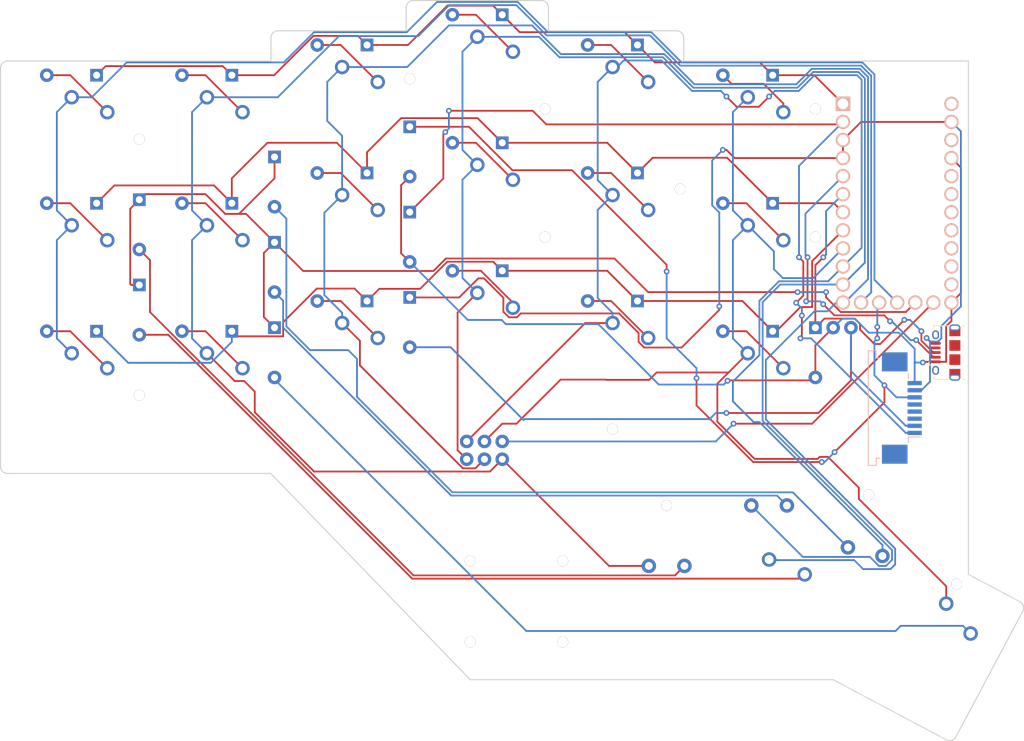
<source format=kicad_pcb>
(kicad_pcb (version 20211014) (generator pcbnew)
  (title_block (title "keyboard") (rev "v1.0.0") (company "Unknown"))
  (layers (0 "F.Cu" signal) (31 "B.Cu" signal) (34 "B.Paste" user) (35 "F.Paste" user) (36 "B.SilkS" user "B.Silkscreen") (37 "F.SilkS" user "F.Silkscreen") (38 "B.Mask" user) (39 "F.Mask" user) (44 "Edge.Cuts" user))
  (net 0 "")
  (net 1 "outer_bottom")
  (net 2 "C7")
  (net 3 "outer_home")
  (net 4 "outer_top")
  (net 5 "pinky_bottom")
  (net 6 "B7")
  (net 7 "pinky_home")
  (net 8 "pinky_top")
  (net 9 "ring_bottom")
  (net 10 "B5")
  (net 11 "ring_home")
  (net 12 "ring_top")
  (net 13 "middle_bottom")
  (net 14 "B4")
  (net 15 "middle_home")
  (net 16 "middle_top")
  (net 17 "index_bottom")
  (net 18 "E6")
  (net 19 "index_home")
  (net 20 "index_top")
  (net 21 "inner_bottom")
  (net 22 "D7")
  (net 23 "inner_home")
  (net 24 "inner_top")
  (net 25 "inner_thumb")
  (net 26 "far_thumb")
  (net 27 "C6")
  (net 28 "D4")
  (net 29 "D3")
  (net 30 "F1")
  (net 31 "GND")
  (net 32 "RST")
  (net 33 "VCC")
  (net 34 "D2")
  (net 35 "D1")
  (net 36 "D0")
  (net 37 "D5")
  (net 38 "F0")
  (net 39 "B2")
  (net 40 "B3")
  (net 41 "B1")
  (net 42 "F7")
  (net 43 "F6")
  (net 44 "F5")
  (net 45 "F4")
  (net 46 "B0")
  (net 47 "ml_diode")
  (net 48 "mr_diode")
  (net 49 "mm_diode")
  (net 50 "trackpoint_reset")
  (footprint "VIA-0.6mm" (layer "F.Cu") (at 254.5 109.75)
    (fp_text reference "")
    (fp_text value "")
  )
  (footprint "PG1350" (layer "F.Cu") (at 188 127.75)
    (fp_text reference "S8" hide)
    (fp_text value "" hide)
  )
  (footprint "ComboDiode" (layer "F.Cu") (at 159.5 126 -90)
    (fp_text reference "D21" hide)
    (fp_text value "" hide)
  )
  (footprint "PG1350" (layer "F.Cu") (at 169 114)
    (fp_text reference "S6" hide)
    (fp_text value "" hide)
  )
  (footprint "PG1350" (layer "F.Cu") (at 226 109.75)
    (fp_text reference "S15" hide)
    (fp_text value "" hide)
  )
  (footprint "ComboDiode" (layer "F.Cu") (at 226 100.75 180)
    (fp_text reference "D15" hide)
    (fp_text value "" hide)
  )
  (footprint "ComboDiode" (layer "F.Cu") (at 188 100.75 180)
    (fp_text reference "D9" hide)
    (fp_text value "" hide)
  )
  (footprint "PG1350" (layer "F.Cu") (at 169 132)
    (fp_text reference "S5" hide)
    (fp_text value "" hide)
  )
  (footprint "PG1350" (layer "F.Cu") (at 226 145.75)
    (fp_text reference "S13" hide)
    (fp_text value "" hide)
  )
  (footprint "ComboDiode" (layer "F.Cu") (at 197.5 139.75 -90)
    (fp_text reference "D26" hide)
    (fp_text value "" hide)
  )
  (footprint "ComboDiode" (layer "F.Cu") (at 245 123 180)
    (fp_text reference "D17" hide)
    (fp_text value "" hide)
  )
  (footprint "PG1350" (layer "F.Cu") (at 248 179)
    (fp_text reference "S19" hide)
    (fp_text value "" hide)
  )
  (footprint "PG1350" (layer "F.Cu") (at 169 150)
    (fp_text reference "S4" hide)
    (fp_text value "" hide)
  )
  (footprint "PG1350" (layer "F.Cu") (at 150 150)
    (fp_text reference "S1" hide)
    (fp_text value "" hide)
  )
  (footprint "PG1350" (layer "F.Cu") (at 226 127.75)
    (fp_text reference "S14" hide)
    (fp_text value "" hide)
  )
  (footprint "ComboDiode" (layer "F.Cu") (at 188 136.75 180)
    (fp_text reference "D7" hide)
    (fp_text value "" hide)
  )
  (footprint "PG1350" (layer "F.Cu") (at 245 114)
    (fp_text reference "S18" hide)
    (fp_text value "" hide)
  )
  (footprint "VIA-0.6mm" (layer "F.Cu") (at 159.5 150)
    (fp_text reference "")
    (fp_text value "")
  )
  (footprint "VIA-0.6mm" (layer "F.Cu") (at 235.5 121)
    (fp_text reference "")
    (fp_text value "")
  )
  (footprint "PG1350" (layer "F.Cu") (at 270.113246 184.513452 -28)
    (fp_text reference "S20" hide)
    (fp_text value "" hide)
  )
  (footprint "ComboDiode" (layer "F.Cu") (at 245 105 180)
    (fp_text reference "D18" hide)
    (fp_text value "" hide)
  )
  (footprint "VIA-0.6mm" (layer "F.Cu") (at 206 184.7)
    (fp_text reference "")
    (fp_text value "")
  )
  (footprint "PG1350" (layer "F.Cu") (at 188 109.75)
    (fp_text reference "S9" hide)
    (fp_text value "" hide)
  )
  (footprint "ComboDiode" (layer "F.Cu") (at 197.5 127.75 -90)
    (fp_text reference "D27" hide)
    (fp_text value "" hide)
  )
  (footprint "ComboDiode" (layer "F.Cu") (at 178.5 144 -90)
    (fp_text reference "D25" hide)
    (fp_text value "" hide)
  )
  (footprint "VIA-0.6mm" (layer "F.Cu") (at 259.5 140.5)
    (fp_text reference "" hide)
    (fp_text value "VIA-0.6mm" hide)
  )
  (footprint "PG1350" (layer "F.Cu") (at 150 132)
    (fp_text reference "S2" hide)
    (fp_text value "" hide)
  )
  (footprint "ComboDiode" (layer "F.Cu") (at 150 105 180)
    (fp_text reference "D3" hide)
    (fp_text value "" hide)
  )
  (footprint "PG1350" (layer "F.Cu") (at 207 141.5)
    (fp_text reference "S10" hide)
    (fp_text value "" hide)
  )
  (footprint "PG1350" (layer "F.Cu") (at 245 150)
    (fp_text reference "S16" hide)
    (fp_text value "" hide)
  )
  (footprint "ComboDiode" (layer "F.Cu") (at 169 105 180)
    (fp_text reference "D6" hide)
    (fp_text value "" hide)
  )
  (footprint "PG1350" (layer "F.Cu") (at 188 145.75)
    (fp_text reference "S7" hide)
    (fp_text value "" hide)
  )
  (footprint "ComboDiode" (layer "F.Cu") (at 207 114.5 180)
    (fp_text reference "D11" hide)
    (fp_text value "" hide)
  )
  (footprint "ComboDiode" (layer "F.Cu") (at 197.5 115.75 -90)
    (fp_text reference "D28" hide)
    (fp_text value "" hide)
  )
  (footprint "VIA-0.6mm" (layer "F.Cu") (at 233.6 165.5)
    (fp_text reference "")
    (fp_text value "")
  )
  (footprint "ComboDiode" (layer "F.Cu") (at 169 141 180)
    (fp_text reference "D4" hide)
    (fp_text value "" hide)
  )
  (footprint "ComboDiode" (layer "F.Cu") (at 245 141 180)
    (fp_text reference "D16" hide)
    (fp_text value "" hide)
  )
  (footprint "ComboDiode" (layer "F.Cu") (at 178.5 132 -90)
    (fp_text reference "D24" hide)
    (fp_text value "" hide)
  )
  (footprint "Connector_USB:USB_Micro-B_Amphenol_10118194_Horizontal" (layer "F.Cu") (at 272.8 144 90)
    (fp_text reference "")
    (fp_text value "USB_Micro-B_Amphenol_10118194_Horizontal")
  )
  (footprint "VIA-0.6mm" (layer "F.Cu") (at 206 173.3)
    (fp_text reference "")
    (fp_text value "")
  )
  (footprint "kailhgm" (layer "F.Cu") (at 261.5 172 -14)
    (fp_text reference "M2" hide)
    (fp_text value "" hide)
  )
  (footprint "ComboDiode" (layer "F.Cu") (at 150 123 180)
    (fp_text reference "D2" hide)
    (fp_text value "" hide)
  )
  (footprint "PG1350" (layer "F.Cu") (at 150 114)
    (fp_text reference "S3" hide)
    (fp_text value "" hide)
  )
  (footprint "VIA-0.6mm" (layer "F.Cu") (at 216.5 127.75)
    (fp_text reference "")
    (fp_text value "")
  )
  (footprint "VIA-0.6mm" (layer "F.Cu") (at 257 140.5)
    (fp_text reference "" hide)
    (fp_text value "VIA-0.6mm" hide)
  )
  (footprint "ComboDiode" (layer "F.Cu") (at 178.5 120 -90)
    (fp_text reference "D23" hide)
    (fp_text value "" hide)
  )
  (footprint "ComboDiode" (layer "F.Cu") (at 254.5 144 -90)
    (fp_text reference "D30" hide)
    (fp_text value "" hide)
  )
  (footprint "VIA-0.6mm" (layer "F.Cu") (at 274.33849 176.566923 -28)
    (fp_text reference "")
    (fp_text value "")
  )
  (footprint "ComboDiode" (layer "F.Cu") (at 169 123 180)
    (fp_text reference "D5" hide)
    (fp_text value "" hide)
  )
  (footprint "VIA-0.6mm" (layer "F.Cu") (at 197.5 105.5)
    (fp_text reference "")
    (fp_text value "")
  )
  (footprint "PG1350" (layer "F.Cu") (at 245 132)
    (fp_text reference "S17" hide)
    (fp_text value "" hide)
  )
  (footprint "ComboDiode" (layer "F.Cu") (at 226 136.75 180)
    (fp_text reference "D13" hide)
    (fp_text value "" hide)
  )
  (footprint "PG1350" (layer "F.Cu") (at 207 123.5)
    (fp_text reference "S11" hide)
    (fp_text value "" hide)
  )
  (footprint "VIA-0.6mm" (layer "F.Cu") (at 226 154.75)
    (fp_text reference "")
    (fp_text value "")
  )
  (footprint "VIA-0.6mm" (layer "F.Cu") (at 159.5 114)
    (fp_text reference "")
    (fp_text value "")
  )
  (footprint "ComboDiode" (layer "F.Cu") (at 159.5 138 -90)
    (fp_text reference "D22" hide)
    (fp_text value "" hide)
  )
  (footprint "VIA-0.6mm" (layer "F.Cu") (at 254.5 127.75)
    (fp_text reference "")
    (fp_text value "")
  )
  (footprint "kailhgm" (layer "F.Cu") (at 248 165.5)
    (fp_text reference "M3" hide)
    (fp_text value "" hide)
  )
  (footprint "VIA-0.6mm" (layer "F.Cu") (at 216.5 109.75)
    (fp_text reference "")
    (fp_text value "")
  )
  (footprint "Elite-C-castellated-29pin-holes" (layer "F.Cu") (at 266 123 -90)
    (fp_text reference "")
    (fp_text value "")
  )
  (footprint "fiveway" (layer "F.Cu") (at 208 159)
    (fp_text reference "D29" hide)
    (fp_text value "" hide)
  )
  (footprint "VIA-0.6mm" (layer "F.Cu") (at 219 173.3)
    (fp_text reference "")
    (fp_text value "")
  )
  (footprint "PG1350" (layer "F.Cu") (at 207 105.5)
    (fp_text reference "S12" hide)
    (fp_text value "" hide)
  )
  (footprint "ComboDiode" (layer "F.Cu") (at 150 141 180)
    (fp_text reference "D1" hide)
    (fp_text value "" hide)
  )
  (footprint "ComboDiode" (layer "F.Cu") (at 226 118.75 180)
    (fp_text reference "D14" hide)
    (fp_text value "" hide)
  )
  (footprint "ComboDiode" (layer "F.Cu") (at 207 132.5 180)
    (fp_text reference "D10" hide)
    (fp_text value "" hide)
  )
  (footprint "ComboDiode" (layer "F.Cu") (at 207 96.5 180)
    (fp_text reference "D12" hide)
    (fp_text value "" hide)
  )
  (footprint "kailhgm" (layer "F.Cu") (at 233.6 174)
    (fp_text reference "M1" hide)
    (fp_text value "" hide)
  )
  (footprint "ComboDiode" (layer "F.Cu") (at 188 118.75 180)
    (fp_text reference "D8" hide)
    (fp_text value "" hide)
  )
  (footprint "VIA-0.6mm" (layer "F.Cu") (at 219 184.7)
    (fp_text reference "")
    (fp_text value "")
  )
  (footprint "VIA-0.6mm" (layer "F.Cu") (at 262 164)
    (fp_text reference "")
    (fp_text value "")
  )
  (footprint "Connector_FFC-FPC:TE_84952-8_1x08-1MP_P1.0mm_Horizontal" (layer "B.Cu") (at 266.65 151.8 90)
    (fp_text reference "")
    (fp_text value "TE_84952-8_1x08-1MP_P1.0mm_Horizontal")
  )
  (gr_line (start 206 190) (end 257 190) (layer "Edge.Cuts") (width 0.15))
  (gr_line (start 216 94.5) (end 198 94.5) (layer "Edge.Cuts") (width 0.15))
  (gr_arc (start 216 94.5) (mid 216.707107 94.792893) (end 217 95.5) (layer "Edge.Cuts") (width 0.15))
  (gr_arc (start 141 161) (mid 140.292893 160.707107) (end 140 160) (layer "Edge.Cuts") (width 0.15))
  (gr_line (start 178 99.75) (end 178 103) (layer "Edge.Cuts") (width 0.15))
  (gr_line (start 140 160) (end 140 104) (layer "Edge.Cuts") (width 0.15))
  (gr_arc (start 257.002531 190.000631) (mid 257.001937 190.000315) (end 257.001344 189.999999) (layer "Edge.Cuts") (width 0.15))
  (gr_arc (start 235 98.75) (mid 235.707107 99.042893) (end 236 99.75) (layer "Edge.Cuts") (width 0.15))
  (gr_line (start 283.223962 179.026272) (end 276 175.185223) (layer "Edge.Cuts") (width 0.15))
  (gr_line (start 177.966667 161) (end 206 190) (layer "Edge.Cuts") (width 0.15))
  (gr_line (start 274.248007 198.037643) (end 283.637438 180.378691) (layer "Edge.Cuts") (width 0.15))
  (gr_line (start 257.002531 190.000631) (end 272.895587 198.451119) (layer "Edge.Cuts") (width 0.15))
  (gr_line (start 141 161) (end 177.966667 161) (layer "Edge.Cuts") (width 0.15))
  (gr_line (start 179 98.75) (end 197 98.75) (layer "Edge.Cuts") (width 0.15))
  (gr_line (start 236 103) (end 236 99.75) (layer "Edge.Cuts") (width 0.15))
  (gr_line (start 236 103) (end 276 103) (layer "Edge.Cuts") (width 0.15))
  (gr_line (start 217 98.75) (end 235 98.75) (layer "Edge.Cuts") (width 0.15))
  (gr_arc (start 140 104) (mid 140.292893 103.292893) (end 141 103) (layer "Edge.Cuts") (width 0.15))
  (gr_arc (start 178 99.75) (mid 178.292893 99.042893) (end 179 98.75) (layer "Edge.Cuts") (width 0.15))
  (gr_line (start 141 103) (end 178 103) (layer "Edge.Cuts") (width 0.15))
  (gr_arc (start 283.223961 179.026272) (mid 283.710795 179.616848) (end 283.637438 180.378691) (layer "Edge.Cuts") (width 0.15))
  (gr_arc (start 274.248006 198.037644) (mid 273.65743 198.524477) (end 272.895587 198.451119) (layer "Edge.Cuts") (width 0.15))
  (gr_arc (start 197 95.5) (mid 197.292893 94.792893) (end 198 94.5) (layer "Edge.Cuts") (width 0.15))
  (gr_line (start 276 175.185223) (end 276 103) (layer "Edge.Cuts") (width 0.15))
  (gr_line (start 197 95.5) (end 197 98.75) (layer "Edge.Cuts") (width 0.15))
  (gr_line (start 217 98.75) (end 217 95.5) (layer "Edge.Cuts") (width 0.15))
  (segment (start 149.8 141) (end 155 146.2) (width 0.25) (layer "F.Cu") (net 1))
  (segment (start 146.5 141) (end 149.8 141) (width 0.25) (layer "F.Cu") (net 1))
  (segment (start 262.79808 133.76808) (end 266 136.97) (width 0.25) (layer "B.Cu") (net 2))
  (segment (start 157.727502 103.19952) (end 179.80048 103.19952) (width 0.25) (layer "B.Cu") (net 2))
  (segment (start 152.827022 108.1) (end 157.727502 103.19952) (width 0.25) (layer "B.Cu") (net 2))
  (segment (start 235.69952 103.19952) (end 261.106674 103.19952) (width 0.25) (layer "B.Cu") (net 2))
  (segment (start 150 144.1) (end 147.910979 142.010979) (width 0.25) (layer "B.Cu") (net 2))
  (segment (start 197.082643 98.94952) (end 201.332643 94.69952) (width 0.25) (layer "B.Cu") (net 2))
  (segment (start 147.910979 128.189021) (end 150 126.1) (width 0.25) (layer "B.Cu") (net 2))
  (segment (start 231.44952 98.94952) (end 235.69952 103.19952) (width 0.25) (layer "B.Cu") (net 2))
  (segment (start 212.667357 94.69952) (end 216.917357 98.94952) (width 0.25) (layer "B.Cu") (net 2))
  (segment (start 150 126.1) (end 147.910979 124.010979) (width 0.25) (layer "B.Cu") (net 2))
  (segment (start 147.910979 142.010979) (end 147.910979 128.189021) (width 0.25) (layer "B.Cu") (net 2))
  (segment (start 184.05048 98.94952) (end 197.082643 98.94952) (width 0.25) (layer "B.Cu") (net 2))
  (segment (start 201.332643 94.69952) (end 212.667357 94.69952) (width 0.25) (layer "B.Cu") (net 2))
  (segment (start 147.910979 124.010979) (end 147.910979 110.189021) (width 0.25) (layer "B.Cu") (net 2))
  (segment (start 179.80048 103.19952) (end 184.05048 98.94952) (width 0.25) (layer "B.Cu") (net 2))
  (segment (start 150 108.1) (end 152.827022 108.1) (width 0.25) (layer "B.Cu") (net 2))
  (segment (start 262.79808 104.890926) (end 262.79808 133.76808) (width 0.25) (layer "B.Cu") (net 2))
  (segment (start 216.917357 98.94952) (end 231.44952 98.94952) (width 0.25) (layer "B.Cu") (net 2))
  (segment (start 261.106674 103.19952) (end 262.79808 104.890926) (width 0.25) (layer "B.Cu") (net 2))
  (segment (start 147.910979 110.189021) (end 150 108.1) (width 0.25) (layer "B.Cu") (net 2))
  (segment (start 149.8 123) (end 155 128.2) (width 0.25) (layer "F.Cu") (net 3))
  (segment (start 146.5 123) (end 149.8 123) (width 0.25) (layer "F.Cu") (net 3))
  (segment (start 149.8 105) (end 155 110.2) (width 0.25) (layer "F.Cu") (net 4))
  (segment (start 146.5 105) (end 149.8 105) (width 0.25) (layer "F.Cu") (net 4))
  (segment (start 165.5 141) (end 168.8 141) (width 0.25) (layer "F.Cu") (net 5))
  (segment (start 168.8 141) (end 174 146.2) (width 0.25) (layer "F.Cu") (net 5))
  (segment (start 175.725421 152.39567) (end 175.725421 149.492413) (width 0.25) (layer "F.Cu") (net 6))
  (segment (start 208.773469 160.726531) (end 184.056282 160.726531) (width 0.25) (layer "F.Cu") (net 6))
  (segment (start 172.9 148) (end 169 144.1) (width 0.25) (layer "F.Cu") (net 6))
  (segment (start 225.5 174) (end 210.5 159) (width 0.25) (layer "F.Cu") (net 6))
  (segment (start 184.056282 160.726531) (end 175.725421 152.39567) (width 0.25) (layer "F.Cu") (net 6))
  (segment (start 210.5 159) (end 208.773469 160.726531) (width 0.25) (layer "F.Cu") (net 6))
  (segment (start 174.233008 148) (end 172.9 148) (width 0.25) (layer "F.Cu") (net 6))
  (segment (start 175.725421 149.492413) (end 174.233008 148) (width 0.25) (layer "F.Cu") (net 6))
  (segment (start 231.1 174) (end 225.5 174) (width 0.25) (layer "F.Cu") (net 6))
  (segment (start 262.34856 105.077124) (end 262.34856 135.54144) (width 0.25) (layer "B.Cu") (net 6))
  (segment (start 203.044993 95.14904) (end 212.481159 95.14904) (width 0.25) (layer "B.Cu") (net 6))
  (segment (start 212.481159 95.14904) (end 216.73116 99.39904) (width 0.25) (layer "B.Cu") (net 6))
  (segment (start 260.920476 103.64904) (end 262.34856 105.077124) (width 0.25) (layer "B.Cu") (net 6))
  (segment (start 166.910979 124.010979) (end 169 126.1) (width 0.25) (layer "B.Cu") (net 6))
  (segment (start 198.694033 99.5) (end 203.044993 95.14904) (width 0.25) (layer "B.Cu") (net 6))
  (segment (start 169 108.1) (end 178.955967 108.1) (width 0.25) (layer "B.Cu") (net 6))
  (segment (start 178.955967 108.1) (end 187.555967 99.5) (width 0.25) (layer "B.Cu") (net 6))
  (segment (start 169 126.1) (end 166.910979 128.189021) (width 0.25) (layer "B.Cu") (net 6))
  (segment (start 187.555967 99.5) (end 198.694033 99.5) (width 0.25) (layer "B.Cu") (net 6))
  (segment (start 231.263322 99.39904) (end 235.513323 103.64904) (width 0.25) (layer "B.Cu") (net 6))
  (segment (start 216.73116 99.39904) (end 231.263322 99.39904) (width 0.25) (layer "B.Cu") (net 6))
  (segment (start 166.910979 110.189021) (end 166.910979 124.010979) (width 0.25) (layer "B.Cu") (net 6))
  (segment (start 166.910979 142.010979) (end 169 144.1) (width 0.25) (layer "B.Cu") (net 6))
  (segment (start 262.34856 135.54144) (end 260.92 136.97) (width 0.25) (layer "B.Cu") (net 6))
  (segment (start 235.513323 103.64904) (end 260.920476 103.64904) (width 0.25) (layer "B.Cu") (net 6))
  (segment (start 169 108.1) (end 166.910979 110.189021) (width 0.25) (layer "B.Cu") (net 6))
  (segment (start 166.910979 128.189021) (end 166.910979 142.010979) (width 0.25) (layer "B.Cu") (net 6))
  (segment (start 165.5 123) (end 168.8 123) (width 0.25) (layer "F.Cu") (net 7))
  (segment (start 168.8 123) (end 174 128.2) (width 0.25) (layer "F.Cu") (net 7))
  (segment (start 168.8 105) (end 174 110.2) (width 0.25) (layer "F.Cu") (net 8))
  (segment (start 165.5 105) (end 168.8 105) (width 0.25) (layer "F.Cu") (net 8))
  (segment (start 184.5 136.75) (end 187.8 136.75) (width 0.25) (layer "F.Cu") (net 9))
  (segment (start 187.8 136.75) (end 193 141.95) (width 0.25) (layer "F.Cu") (net 9))
  (segment (start 190.5 142.35) (end 188 139.85) (width 0.25) (layer "F.Cu") (net 10))
  (segment (start 204.971044 160.277011) (end 190.5 145.805967) (width 0.25) (layer "F.Cu") (net 10))
  (segment (start 206.722989 160.277011) (end 204.971044 160.277011) (width 0.25) (layer "F.Cu") (net 10))
  (segment (start 190.5 145.805967) (end 190.5 142.35) (width 0.25) (layer "F.Cu") (net 10))
  (segment (start 208 159) (end 206.722989 160.277011) (width 0.25) (layer "F.Cu") (net 10))
  (segment (start 257.43 136.97) (end 256.2 138.2) (width 0.25) (layer "B.Cu") (net 10))
  (segment (start 188 113.516992) (end 185.910979 111.427971) (width 0.25) (layer "B.Cu") (net 10))
  (segment (start 260.734278 104.09856) (end 261.89904 105.263322) (width 0.25) (layer "B.Cu") (net 10))
  (segment (start 248.085226 173.185226) (end 248 173.1) (width 0.25) (layer "B.Cu") (net 10))
  (segment (start 254.372978 138.2) (end 247.538541 145.034437) (width 0.25) (layer "B.Cu") (net 10))
  (segment (start 218.723412 102.027011) (end 233.255575 102.027011) (width 0.25) (layer "B.Cu") (net 10))
  (segment (start 261.214785 174.44952) (end 259.950491 173.185226) (width 0.25) (layer "B.Cu") (net 10))
  (segment (start 188 103.85) (end 197.15 103.85) (width 0.25) (layer "B.Cu") (net 10))
  (segment (start 247.538541 153.402823) (end 265.71577 171.580052) (width 0.25) (layer "B.Cu") (net 10))
  (segment (start 188 138.41316) (end 185.5 135.91316) (width 0.25) (layer "B.Cu") (net 10))
  (segment (start 254 104.09856) (end 260.734278 104.09856) (width 0.25) (layer "B.Cu") (net 10))
  (segment (start 258.6086 136.97) (end 257.43 136.97) (width 0.25) (layer "B.Cu") (net 10))
  (segment (start 197.15 103.85) (end 203 98) (width 0.25) (layer "B.Cu") (net 10))
  (segment (start 265.05048 174.44952) (end 261.214785 174.44952) (width 0.25) (layer "B.Cu") (net 10))
  (segment (start 265.71577 173.78423) (end 265.05048 174.44952) (width 0.25) (layer "B.Cu") (net 10))
  (segment (start 185.910979 105.939021) (end 188 103.85) (width 0.25) (layer "B.Cu") (net 10))
  (segment (start 214.696401 98) (end 218.723412 102.027011) (width 0.25) (layer "B.Cu") (net 10))
  (segment (start 203 98) (end 214.696401 98) (width 0.25) (layer "B.Cu") (net 10))
  (segment (start 251.821549 106.277011) (end 254 104.09856) (width 0.25) (layer "B.Cu") (net 10))
  (segment (start 259.950491 173.185226) (end 248.085226 173.185226) (width 0.25) (layer "B.Cu") (net 10))
  (segment (start 188 121.85) (end 188 113.516992) (width 0.25) (layer "B.Cu") (net 10))
  (segment (start 234.614283 103.385718) (end 237.505576 106.277011) (width 0.25) (layer "B.Cu") (net 10))
  (segment (start 237.505576 106.277011) (end 251.821549 106.277011) (width 0.25) (layer "B.Cu") (net 10))
  (segment (start 265.71577 171.580052) (end 265.71577 173.78423) (width 0.25) (layer "B.Cu") (net 10))
  (segment (start 261.89904 105.263322) (end 261.89904 133.67956) (width 0.25) (layer "B.Cu") (net 10))
  (segment (start 185.5 124.35) (end 188 121.85) (width 0.25) (layer "B.Cu") (net 10))
  (segment (start 261.89904 133.67956) (end 258.6086 136.97) (width 0.25) (layer "B.Cu") (net 10))
  (segment (start 233.255575 102.027011) (end 234.614283 103.385718) (width 0.25) (layer "B.Cu") (net 10))
  (segment (start 188 139.85) (end 188 138.41316) (width 0.25) (layer "B.Cu") (net 10))
  (segment (start 185.5 135.91316) (end 185.5 124.35) (width 0.25) (layer "B.Cu") (net 10))
  (segment (start 185.910979 111.427971) (end 185.910979 105.939021) (width 0.25) (layer "B.Cu") (net 10))
  (segment (start 247.538541 145.034437) (end 247.538541 153.402823) (width 0.25) (layer "B.Cu") (net 10))
  (segment (start 256.2 138.2) (end 254.372978 138.2) (width 0.25) (layer "B.Cu") (net 10))
  (segment (start 187.8 118.75) (end 193 123.95) (width 0.25) (layer "F.Cu") (net 11))
  (segment (start 184.5 118.75) (end 187.8 118.75) (width 0.25) (layer "F.Cu") (net 11))
  (segment (start 184.5 100.75) (end 187.8 100.75) (width 0.25) (layer "F.Cu") (net 12))
  (segment (start 187.8 100.75) (end 193 105.95) (width 0.25) (layer "F.Cu") (net 12))
  (segment (start 203.5 132.5) (end 207.5 132.5) (width 0.25) (layer "F.Cu") (net 13))
  (segment (start 212 137) (end 212 137.7) (width 0.25) (layer "F.Cu") (net 13))
  (segment (start 207.5 132.5) (end 212 137) (width 0.25) (layer "F.Cu") (net 13))
  (segment (start 205.5 159) (end 204.222989 157.722989) (width 0.25) (layer "F.Cu") (net 14))
  (segment (start 204.222989 138.377011) (end 207 135.6) (width 0.25) (layer "F.Cu") (net 14))
  (segment (start 204.222989 157.722989) (end 204.222989 138.377011) (width 0.25) (layer "F.Cu") (net 14))
  (segment (start 265.26625 173.160064) (end 265.26625 171.76625) (width 0.25) (layer "B.Cu") (net 14))
  (segment (start 251.974789 106.759489) (end 252.271069 106.463208) (width 0.25) (layer "B.Cu") (net 14))
  (segment (start 252.271069 106.463208) (end 254.186197 104.54808) (width 0.25) (layer "B.Cu") (net 14))
  (segment (start 261.44952 105.44952) (end 261.44952 131.36048) (width 0.25) (layer "B.Cu") (net 14))
  (segment (start 249.57 134.43) (end 258.38 134.43) (width 0.25) (layer "B.Cu") (net 14))
  (segment (start 207 99.6) (end 215.660683 99.6) (width 0.25) (layer "B.Cu") (net 14))
  (segment (start 204.910979 133.510979) (end 207 135.6) (width 0.25) (layer "B.Cu") (net 14))
  (segment (start 207 117.6) (end 204.910979 119.689021) (width 0.25) (layer "B.Cu") (net 14))
  (segment (start 260.54808 104.54808) (end 261.44952 105.44952) (width 0.25) (layer "B.Cu") (net 14))
  (segment (start 215.660683 99.6) (end 218.537215 102.476531) (width 0.25) (layer "B.Cu") (net 14))
  (segment (start 261.44952 131.36048) (end 258.38 134.43) (width 0.25) (layer "B.Cu") (net 14))
  (segment (start 265.26625 171.76625) (end 247.089021 153.589021) (width 0.25) (layer "B.Cu") (net 14))
  (segment (start 262.16087 172.735706) (end 263.425164 174) (width 0.25) (layer "B.Cu") (net 14))
  (segment (start 204.910979 115.510979) (end 207 117.6) (width 0.25) (layer "B.Cu") (net 14))
  (segment (start 218.537215 102.476531) (end 233.069377 102.476531) (width 0.25) (layer "B.Cu") (net 14))
  (segment (start 233.069377 102.476531) (end 237.352336 106.759489) (width 0.25) (layer "B.Cu") (net 14))
  (segment (start 247.089021 136.910979) (end 249.57 134.43) (width 0.25) (layer "B.Cu") (net 14))
  (segment (start 204.910979 119.689021) (end 204.910979 133.510979) (width 0.25) (layer "B.Cu") (net 14))
  (segment (start 254.186197 104.54808) (end 260.54808 104.54808) (width 0.25) (layer "B.Cu") (net 14))
  (segment (start 237.352336 106.759489) (end 251.974789 106.759489) (width 0.25) (layer "B.Cu") (net 14))
  (segment (start 252.735706 172.735706) (end 262.16087 172.735706) (width 0.25) (layer "B.Cu") (net 14))
  (segment (start 204.910979 101.689021) (end 204.910979 115.510979) (width 0.25) (layer "B.Cu") (net 14))
  (segment (start 264.426314 174) (end 265.26625 173.160064) (width 0.25) (layer "B.Cu") (net 14))
  (segment (start 245.5 165.5) (end 252.735706 172.735706) (width 0.25) (layer "B.Cu") (net 14))
  (segment (start 207 99.6) (end 204.910979 101.689021) (width 0.25) (layer "B.Cu") (net 14))
  (segment (start 247.089021 153.589021) (end 247.089021 136.910979) (width 0.25) (layer "B.Cu") (net 14))
  (segment (start 263.425164 174) (end 264.426314 174) (width 0.25) (layer "B.Cu") (net 14))
  (segment (start 206.8 114.5) (end 212 119.7) (width 0.25) (layer "F.Cu") (net 15))
  (segment (start 203.5 114.5) (end 206.8 114.5) (width 0.25) (layer "F.Cu") (net 15))
  (segment (start 203.5 96.5) (end 206.8 96.5) (width 0.25) (layer "F.Cu") (net 16))
  (segment (start 206.8 96.5) (end 212 101.7) (width 0.25) (layer "F.Cu") (net 16))
  (segment (start 225.8 136.75) (end 231 141.95) (width 0.25) (layer "F.Cu") (net 17))
  (segment (start 222.5 136.75) (end 225.8 136.75) (width 0.25) (layer "F.Cu") (net 17))
  (segment (start 246.559489 109.440511) (end 248 108) (width 0.25) (layer "F.Cu") (net 18))
  (segment (start 242 108) (end 243.440511 109.440511) (width 0.25) (layer "F.Cu") (net 18))
  (segment (start 222.15 139.85) (end 226 139.85) (width 0.25) (layer "F.Cu") (net 18))
  (segment (start 205.5 156.5) (end 222.15 139.85) (width 0.25) (layer "F.Cu") (net 18))
  (segment (start 243.440511 109.440511) (end 246.559489 109.440511) (width 0.25) (layer "F.Cu") (net 18))
  (segment (start 225.85 140) (end 226 139.85) (width 0.25) (layer "F.Cu") (net 18))
  (via (at 242 108) (size 0.8) (drill 0.4) (layers "F.Cu" "B.Cu") (net 18))
  (via (at 248 108) (size 0.8) (drill 0.4) (layers "F.Cu" "B.Cu") (net 18))
  (segment (start 256.28952 133.98048) (end 249.383802 133.98048) (width 0.25) (layer "B.Cu") (net 18))
  (segment (start 249.383802 133.98048) (end 246.639501 136.724781) (width 0.25) (layer "B.Cu") (net 18))
  (segment (start 232.883181 102.926051) (end 237.166139 107.209009) (width 0.25) (layer "B.Cu") (net 18))
  (segment (start 248 108) (end 248.790991 107.209009) (width 0.25) (layer "B.Cu") (net 18))
  (segment (start 260.364282 105) (end 261 105.635718) (width 0.25) (layer "B.Cu") (net 18))
  (segment (start 242.910979 148.089021) (end 242.910979 150.865302) (width 0.25) (layer "B.Cu") (net 18))
  (segment (start 226 103.85) (end 226.65 103.85) (width 0.25) (layer "B.Cu") (net 18))
  (segment (start 246.639501 153.775219) (end 263.925739 171.061457) (width 0.25) (layer "B.Cu") (net 18))
  (segment (start 241.209009 107.209009) (end 242 108) (width 0.25) (layer "B.Cu") (net 18))
  (segment (start 237.166139 107.209009) (end 241.209009 107.209009) (width 0.25) (layer "B.Cu") (net 18))
  (segment (start 261 105.635718) (end 261 129.27) (width 0.25) (layer "B.Cu") (net 18))
  (segment (start 263.925739 171.061457) (end 263.925739 172.604805) (width 0.25) (layer "B.Cu") (net 18))
  (segment (start 261 129.27) (end 258.38 131.89) (width 0.25) (layer "B.Cu") (net 18))
  (segment (start 248.790991 107.209009) (end 252.160987 107.209008) (width 0.25) (layer "B.Cu") (net 18))
  (segment (start 227.573949 102.926051) (end 232.883181 102.926051) (width 0.25) (layer "B.Cu") (net 18))
  (segment (start 258.38 131.89) (end 256.28952 133.98048) (width 0.25) (layer "B.Cu") (net 18))
  (segment (start 226 121.85) (end 223.910979 119.760979) (width 0.25) (layer "B.Cu") (net 18))
  (segment (start 223.910979 105.939021) (end 226 103.85) (width 0.25) (layer "B.Cu") (net 18))
  (segment (start 223.910979 136.324139) (end 223.910979 123.939021) (width 0.25) (layer "B.Cu") (net 18))
  (segment (start 242.910979 150.865302) (end 245.820896 153.775219) (width 0.25) (layer "B.Cu") (net 18))
  (segment (start 254.369995 105) (end 260.364282 105) (width 0.25) (layer "B.Cu") (net 18))
  (segment (start 246.639501 136.724781) (end 246.639501 144.360499) (width 0.25) (layer "B.Cu") (net 18))
  (segment (start 226 138.41316) (end 223.910979 136.324139) (width 0.25) (layer "B.Cu") (net 18))
  (segment (start 245.820896 153.775219) (end 246.639501 153.775219) (width 0.25) (layer "B.Cu") (net 18))
  (segment (start 223.910979 123.939021) (end 226 121.85) (width 0.25) (layer "B.Cu") (net 18))
  (segment (start 252.160987 107.209008) (end 254.369995 105) (width 0.25) (layer "B.Cu") (net 18))
  (segment (start 226.65 103.85) (end 227.573949 102.926051) (width 0.25) (layer "B.Cu") (net 18))
  (segment (start 226 139.85) (end 226 138.41316) (width 0.25) (layer "B.Cu") (net 18))
  (segment (start 246.639501 144.360499) (end 242.910979 148.089021) (width 0.25) (layer "B.Cu") (net 18))
  (segment (start 223.910979 119.760979) (end 223.910979 105.939021) (width 0.25) (layer "B.Cu") (net 18))
  (segment (start 222.5 118.75) (end 225.8 118.75) (width 0.25) (layer "F.Cu") (net 19))
  (segment (start 225.8 118.75) (end 231 123.95) (width 0.25) (layer "F.Cu") (net 19))
  (segment (start 222.5 100.75) (end 225.8 100.75) (width 0.25) (layer "F.Cu") (net 20))
  (segment (start 225.8 100.75) (end 231 105.95) (width 0.25) (layer "F.Cu") (net 20))
  (segment (start 241.5 141) (end 244.8 141) (width 0.25) (layer "F.Cu") (net 21))
  (segment (start 244.8 141) (end 250 146.2) (width 0.25) (layer "F.Cu") (net 21))
  (segment (start 210.5 154) (end 212.5 154) (width 0.25) (layer "F.Cu") (net 22))
  (segment (start 225.134698 147.839021) (end 231.143987 147.839021) (width 0.25) (layer "F.Cu") (net 22))
  (segment (start 260.605479 164.577631) (end 260.605479 163.005479) (width 0.25) (layer "F.Cu") (net 22))
  (segment (start 245.95048 158.95048) (end 240.725421 153.725421) (width 0.25) (layer "F.Cu") (net 22))
  (segment (start 272.883128 179.304061) (end 272.883128 176.85528) (width 0.25) (layer "F.Cu") (net 22))
  (segment (start 255.099897 158.675489) (end 254.824906 158.95048) (width 0.25) (layer "F.Cu") (net 22))
  (segment (start 242.3 146.8) (end 242.35 146.75) (width 0.25) (layer "F.Cu") (net 22))
  (segment (start 260.605479 163.005479) (end 256.275489 158.675489) (width 0.25) (layer "F.Cu") (net 22))
  (segment (start 212.5 154) (end 218.7 147.8) (width 0.25) (layer "F.Cu") (net 22))
  (segment (start 240.725421 148.374579) (end 242.35 146.75) (width 0.25) (layer "F.Cu") (net 22))
  (segment (start 208 156.5) (end 210.5 154) (width 0.25) (layer "F.Cu") (net 22))
  (segment (start 242.35 146.75) (end 245 144.1) (width 0.25) (layer "F.Cu") (net 22))
  (segment (start 256.275489 158.675489) (end 255.099897 158.675489) (width 0.25) (layer "F.Cu") (net 22))
  (segment (start 240.725421 153.725421) (end 240.725421 148.374579) (width 0.25) (layer "F.Cu") (net 22))
  (segment (start 218.7 147.8) (end 225.095677 147.8) (width 0.25) (layer "F.Cu") (net 22))
  (segment (start 231.143987 147.839021) (end 232.183008 146.8) (width 0.25) (layer "F.Cu") (net 22))
  (segment (start 254.824906 158.95048) (end 245.95048 158.95048) (width 0.25) (layer "F.Cu") (net 22))
  (segment (start 225.095677 147.8) (end 225.134698 147.839021) (width 0.25) (layer "F.Cu") (net 22))
  (segment (start 272.883128 176.85528) (end 260.605479 164.577631) (width 0.25) (layer "F.Cu") (net 22))
  (segment (start 232.183008 146.8) (end 242.3 146.8) (width 0.25) (layer "F.Cu") (net 22))
  (segment (start 248.675489 132.275489) (end 249.93096 133.53096) (width 0.25) (layer "B.Cu") (net 22))
  (segment (start 245 126.1) (end 242.910979 128.189021) (width 0.25) (layer "B.Cu") (net 22))
  (segment (start 245 126.1) (end 248.675489 129.775489) (width 0.25) (layer "B.Cu") (net 22))
  (segment (start 245 108.1) (end 242.910979 110.189021) (width 0.25) (layer "B.Cu") (net 22))
  (segment (start 248.675489 129.775489) (end 248.675489 132.275489) (width 0.25) (layer "B.Cu") (net 22))
  (segment (start 242.910979 124.010979) (end 245 126.1) (width 0.25) (layer "B.Cu") (net 22))
  (segment (start 242.910979 110.189021) (end 242.910979 124.010979) (width 0.25) (layer "B.Cu") (net 22))
  (segment (start 249.93096 133.53096) (end 254.19904 133.53096) (width 0.25) (layer "B.Cu") (net 22))
  (segment (start 242.910979 142.010979) (end 245 144.1) (width 0.25) (layer "B.Cu") (net 22))
  (segment (start 254.19904 133.53096) (end 258.38 129.35) (width 0.25) (layer "B.Cu") (net 22))
  (segment (start 242.910979 128.189021) (end 242.910979 142.010979) (width 0.25) (layer "B.Cu") (net 22))
  (segment (start 241.5 123) (end 244.8 123) (width 0.25) (layer "F.Cu") (net 23))
  (segment (start 244.8 123) (end 250 128.2) (width 0.25) (layer "F.Cu") (net 23))
  (segment (start 241.5 105) (end 242.713511 106.213511) (width 0.25) (layer "F.Cu") (net 24))
  (segment (start 242.713511 106.213511) (end 247.238125 106.213511) (width 0.25) (layer "F.Cu") (net 24))
  (segment (start 247.238125 106.213511) (end 250 108.975386) (width 0.25) (layer "F.Cu") (net 24))
  (segment (start 250 108.975386) (end 250 110.2) (width 0.25) (layer "F.Cu") (net 24))
  (segment (start 197.848346 175.790031) (end 252.409969 175.790031) (width 0.25) (layer "F.Cu") (net 25))
  (segment (start 252.409969 175.790031) (end 253 175.2) (width 0.25) (layer "F.Cu") (net 25))
  (segment (start 159.5 141.5) (end 163.558315 141.5) (width 0.25) (layer "F.Cu") (net 25))
  (segment (start 163.558315 141.5) (end 197.848346 175.790031) (width 0.25) (layer "F.Cu") (net 25))
  (segment (start 275.230798 182.424431) (end 266.496969 182.424431) (width 0.25) (layer "B.Cu") (net 26))
  (segment (start 213.884627 183.156779) (end 178.5 147.772152) (width 0.25) (layer "B.Cu") (net 26))
  (segment (start 276.311976 183.505609) (end 275.230798 182.424431) (width 0.25) (layer "B.Cu") (net 26))
  (segment (start 178.5 147.772152) (end 178.5 147.5) (width 0.25) (layer "B.Cu") (net 26))
  (segment (start 266.496969 182.424431) (end 265.764621 183.156779) (width 0.25) (layer "B.Cu") (net 26))
  (segment (start 265.764621 183.156779) (end 213.884627 183.156779) (width 0.25) (layer "B.Cu") (net 26))
  (segment (start 249 141) (end 252.4 137.6) (width 0.25) (layer "F.Cu") (net 27))
  (segment (start 189.75 135) (end 191.5 136.75) (width 0.25) (layer "F.Cu") (net 27))
  (segment (start 179.713511 139.730522) (end 184.444033 135) (width 0.25) (layer "F.Cu") (net 27))
  (segment (start 191.5 136.75) (end 193.213511 135.036489) (width 0.25) (layer "F.Cu") (net 27))
  (segment (start 229.5 136.75) (end 244.25 136.75) (width 0.25) (layer "F.Cu") (net 27))
  (segment (start 254.05048 131.13952) (end 258.38 126.81) (width 0.25) (layer "F.Cu") (net 27))
  (segment (start 173.213511 141.713511) (end 179.713511 141.713511) (width 0.25) (layer "F.Cu") (net 27))
  (segment (start 202.777011 131.222989) (end 209.222989 131.222989) (width 0.25) (layer "F.Cu") (net 27))
  (segment (start 179.713511 141.713511) (end 179.713511 139.730522) (width 0.25) (layer "F.Cu") (net 27))
  (segment (start 184.444033 135) (end 189.75 135) (width 0.25) (layer "F.Cu") (net 27))
  (segment (start 209.222989 131.222989) (end 210.5 132.5) (width 0.25) (layer "F.Cu") (net 27))
  (segment (start 172.5 141) (end 173.213511 141.713511) (width 0.25) (layer "F.Cu") (net 27))
  (segment (start 198.963511 135.036489) (end 202.777011 131.222989) (width 0.25) (layer "F.Cu") (net 27))
  (segment (start 252.4 137.6) (end 254.05048 137.6) (width 0.25) (layer "F.Cu") (net 27))
  (segment (start 254.05048 137.6) (end 254.05048 131.13952) (width 0.25) (layer "F.Cu") (net 27))
  (segment (start 193.213511 135.036489) (end 198.963511 135.036489) (width 0.25) (layer "F.Cu") (net 27))
  (segment (start 225.25 132.5) (end 229.5 136.75) (width 0.25) (layer "F.Cu") (net 27))
  (segment (start 244.25 136.75) (end 248.5 141) (width 0.25) (layer "F.Cu") (net 27))
  (segment (start 248.5 141) (end 249 141) (width 0.25) (layer "F.Cu") (net 27))
  (segment (start 210.5 132.5) (end 225.25 132.5) (width 0.25) (layer "F.Cu") (net 27))
  (segment (start 153.5 141) (end 157.940511 145.440511) (width 0.25) (layer "B.Cu") (net 27))
  (segment (start 157.940511 145.440511) (end 169.559489 145.440511) (width 0.25) (layer "B.Cu") (net 27))
  (segment (start 172.5 142.5) (end 172.5 141) (width 0.25) (layer "B.Cu") (net 27))
  (segment (start 169.559489 145.440511) (end 172.5 142.5) (width 0.25) (layer "B.Cu") (net 27))
  (segment (start 172.5 119.5) (end 177.5 114.5) (width 0.25) (layer "F.Cu") (net 28))
  (segment (start 242.105479 116.605479) (end 248.5 123) (width 0.25) (layer "F.Cu") (net 28))
  (segment (start 229.5 118.75) (end 231.644521 116.605479) (width 0.25) (layer "F.Cu") (net 28))
  (segment (start 257.11 123) (end 258.38 124.27) (width 0.25) (layer "F.Cu") (net 28))
  (segment (start 170 120.5) (end 172.5 123) (width 0.25) (layer "F.Cu") (net 28))
  (segment (start 177.5 114.5) (end 187.25 114.5) (width 0.25) (layer "F.Cu") (net 28))
  (segment (start 172.5 123) (end 172.5 119.5) (width 0.25) (layer "F.Cu") (net 28))
  (segment (start 210.5 114.5) (end 225.25 114.5) (width 0.25) (layer "F.Cu") (net 28))
  (segment (start 191.5 115.822978) (end 196.286489 111.036489) (width 0.25) (layer "F.Cu") (net 28))
  (segment (start 225.25 114.5) (end 229.5 118.75) (width 0.25) (layer "F.Cu") (net 28))
  (segment (start 207.036489 111.036489) (end 210.5 114.5) (width 0.25) (layer "F.Cu") (net 28))
  (segment (start 191.5 118.75) (end 191.5 115.822978) (width 0.25) (layer "F.Cu") (net 28))
  (segment (start 156 120.5) (end 170 120.5) (width 0.25) (layer "F.Cu") (net 28))
  (segment (start 187.25 114.5) (end 191.5 118.75) (width 0.25) (layer "F.Cu") (net 28))
  (segment (start 153.5 123) (end 156 120.5) (width 0.25) (layer "F.Cu") (net 28))
  (segment (start 248.5 123) (end 257.11 123) (width 0.25) (layer "F.Cu") (net 28))
  (segment (start 231.644521 116.605479) (end 242.105479 116.605479) (width 0.25) (layer "F.Cu") (net 28))
  (segment (start 196.286489 111.036489) (end 207.036489 111.036489) (width 0.25) (layer "F.Cu") (net 28))
  (segment (start 210.5 96.5) (end 212.94952 98.94952) (width 0.25) (layer "F.Cu") (net 29))
  (segment (start 246.69952 103.19952) (end 248.5 105) (width 0.25) (layer "F.Cu") (net 29))
  (segment (start 197.25 100.75) (end 202.777011 95.222989) (width 0.25) (layer "F.Cu") (net 29))
  (segment (start 212.94952 98.94952) (end 227.69952 98.94952) (width 0.25) (layer "F.Cu") (net 29))
  (segment (start 154.777011 103.722989) (end 171.222989 103.722989) (width 0.25) (layer "F.Cu") (net 29))
  (segment (start 229.5 100.75) (end 231.94952 103.19952) (width 0.25) (layer "F.Cu") (net 29))
  (segment (start 227.69952 98.94952) (end 229.5 100.75) (width 0.25) (layer "F.Cu") (net 29))
  (segment (start 171.222989 103.722989) (end 172.5 105) (width 0.25) (layer "F.Cu") (net 29))
  (segment (start 248.5 105) (end 254.35 105) (width 0.25) (layer "F.Cu") (net 29))
  (segment (start 254.35 105) (end 258.38 109.03) (width 0.25) (layer "F.Cu") (net 29))
  (segment (start 209.222989 95.222989) (end 210.5 96.5) (width 0.25) (layer "F.Cu") (net 29))
  (segment (start 172.5 105) (end 178.444033 105) (width 0.25) (layer "F.Cu") (net 29))
  (segment (start 153.5 105) (end 154.777011 103.722989) (width 0.25) (layer "F.Cu") (net 29))
  (segment (start 178.444033 105) (end 183.971044 99.472989) (width 0.25) (layer "F.Cu") (net 29))
  (segment (start 202.777011 95.222989) (end 209.222989 95.222989) (width 0.25) (layer "F.Cu") (net 29))
  (segment (start 231.94952 103.19952) (end 246.69952 103.19952) (width 0.25) (layer "F.Cu") (net 29))
  (segment (start 190.222989 99.472989) (end 191.5 100.75) (width 0.25) (layer "F.Cu") (net 29))
  (segment (start 191.5 100.75) (end 197.25 100.75) (width 0.25) (layer "F.Cu") (net 29))
  (segment (start 183.971044 99.472989) (end 190.222989 99.472989) (width 0.25) (layer "F.Cu") (net 29))
  (segment (start 173.5 124.5) (end 178.5 119.5) (width 0.25) (layer "F.Cu") (net 30))
  (segment (start 226.273469 130.773469) (end 231 135.5) (width 0.25) (layer "F.Cu") (net 30))
  (segment (start 200.837271 132.527011) (end 202.590814 130.773469) (width 0.25) (layer "F.Cu") (net 30))
  (segment (start 159.5 134.5) (end 158.361 134.5) (width 0.25) (layer "F.Cu") (net 30))
  (segment (start 178.5 128.5) (end 182.527011 132.527011) (width 0.25) (layer "F.Cu") (net 30))
  (segment (start 256 135.5) (end 256 136.234543) (width 0.25) (layer "F.Cu") (net 30))
  (segment (start 182.527011 132.527011) (end 200.837271 132.527011) (width 0.25) (layer "F.Cu") (net 30))
  (segment (start 231 135.5) (end 252 135.5) (width 0.25) (layer "F.Cu") (net 30))
  (segment (start 158.222989 123.777011) (end 159.5 122.5) (width 0.25) (layer "F.Cu") (net 30))
  (segment (start 178.5 128.5) (end 174.5 124.5) (width 0.25) (layer "F.Cu") (net 30))
  (segment (start 158.361 134.5) (end 158.222989 134.361989) (width 0.25) (layer "F.Cu") (net 30))
  (segment (start 178.5 140.5) (end 177 139) (width 0.25) (layer "F.Cu") (net 30))
  (segment (start 267.215489 138.294511) (end 268.54 136.97) (width 0.25) (layer "F.Cu") (net 30))
  (segment (start 158.222989 134.361989) (end 158.222989 123.777011) (width 0.25) (layer "F.Cu") (net 30))
  (segment (start 159.5 122.5) (end 160.277011 121.722989) (width 0.25) (layer "F.Cu") (net 30))
  (segment (start 178.5 119.5) (end 178.5 116.5) (width 0.25) (layer "F.Cu") (net 30))
  (segment (start 256 136.234543) (end 258.059968 138.294511) (width 0.25) (layer "F.Cu") (net 30))
  (segment (start 258.059968 138.294511) (end 267.215489 138.294511) (width 0.25) (layer "F.Cu") (net 30))
  (segment (start 174.5 124.5) (end 173.5 124.5) (width 0.25) (layer "F.Cu") (net 30))
  (segment (start 168.795967 121.722989) (end 171.572978 124.5) (width 0.25) (layer "F.Cu") (net 30))
  (segment (start 171.572978 124.5) (end 173.5 124.5) (width 0.25) (layer "F.Cu") (net 30))
  (segment (start 160.277011 121.722989) (end 168.795967 121.722989) (width 0.25) (layer "F.Cu") (net 30))
  (segment (start 202.590814 130.773469) (end 226.273469 130.773469) (width 0.25) (layer "F.Cu") (net 30))
  (segment (start 177 139) (end 177 130) (width 0.25) (layer "F.Cu") (net 30))
  (segment (start 177 130) (end 178.5 128.5) (width 0.25) (layer "F.Cu") (net 30))
  (via (at 256 135.5) (size 0.8) (drill 0.4) (layers "F.Cu" "B.Cu") (net 30))
  (via (at 252 135.5) (size 0.8) (drill 0.4) (layers "F.Cu" "B.Cu") (net 30))
  (segment (start 252 135.5) (end 256 135.5) (width 0.25) (layer "B.Cu") (net 30))
  (segment (start 229.659489 142.505259) (end 230.444741 143.290511) (width 0.25) (layer "F.Cu") (net 31))
  (segment (start 207.136371 133.567859) (end 207.932141 133.567859) (width 0.25) (layer "F.Cu") (net 31))
  (segment (start 229.659489 141.245207) (end 229.659489 142.505259) (width 0.25) (layer "F.Cu") (net 31))
  (segment (start 230.444741 143.290511) (end 235.709489 143.290511) (width 0.25) (layer "F.Cu") (net 31))
  (segment (start 258.38 114.11) (end 258.38 116.65) (width 0.25) (layer "F.Cu") (net 31))
  (segment (start 211.444741 139.040511) (end 212.555259 139.040511) (width 0.25) (layer "F.Cu") (net 31))
  (segment (start 243.15 116.65) (end 242 115.5) (width 0.25) (layer "F.Cu") (net 31))
  (segment (start 210.659489 136.295207) (end 210.659489 138.255259) (width 0.25) (layer "F.Cu") (net 31))
  (segment (start 260.92 111.57) (end 258.38 114.11) (width 0.25) (layer "F.Cu") (net 31))
  (segment (start 270.874299 142.7) (end 272 142.7) (width 0.25) (layer "F.Cu") (net 31))
  (segment (start 204.45423 136.25) (end 207.136371 133.567859) (width 0.25) (layer "F.Cu") (net 31))
  (segment (start 226.914282 138.5) (end 229.659489 141.245207) (width 0.25) (layer "F.Cu") (net 31))
  (segment (start 207.932141 133.567859) (end 210.659489 136.295207) (width 0.25) (layer "F.Cu") (net 31))
  (segment (start 270.1245 141.950201) (end 270.874299 142.7) (width 0.25) (layer "F.Cu") (net 31))
  (segment (start 197.5 136.25) (end 204.45423 136.25) (width 0.25) (layer "F.Cu") (net 31))
  (segment (start 235.709489 143.290511) (end 241 138) (width 0.25) (layer "F.Cu") (net 31))
  (segment (start 213.09577 138.5) (end 226.914282 138.5) (width 0.25) (layer "F.Cu") (net 31))
  (segment (start 210.659489 138.255259) (end 211.444741 139.040511) (width 0.25) (layer "F.Cu") (net 31))
  (segment (start 241 138) (end 241 137.5) (width 0.25) (layer "F.Cu") (net 31))
  (segment (start 212.555259 139.040511) (end 213.09577 138.5) (width 0.25) (layer "F.Cu") (net 31))
  (segment (start 273.62 111.57) (end 260.92 111.57) (width 0.25) (layer "F.Cu") (net 31))
  (segment (start 242 115.5) (end 241.5 115.5) (width 0.25) (layer "F.Cu") (net 31))
  (segment (start 258.38 116.65) (end 243.15 116.65) (width 0.25) (layer "F.Cu") (net 31))
  (via (at 241 137.5) (size 0.8) (drill 0.4) (layers "F.Cu" "B.Cu") (net 31))
  (via (at 241.5 115.5) (size 0.8) (drill 0.4) (layers "F.Cu" "B.Cu") (net 31))
  (via (at 270.1245 141.950201) (size 0.8) (drill 0.4) (layers "F.Cu" "B.Cu") (net 31))
  (segment (start 270.1245 141.950201) (end 270.623819 142.44952) (width 0.25) (layer "B.Cu") (net 31))
  (segment (start 240 123.305967) (end 240 117) (width 0.25) (layer "B.Cu") (net 31))
  (segment (start 272.19952 141.981172) (end 272.19952 140.263623) (width 0.25) (layer "B.Cu") (net 31))
  (segment (start 240 117) (end 241.5 115.5) (width 0.25) (layer "B.Cu") (net 31))
  (segment (start 241 137.5) (end 241 124.305967) (width 0.25) (layer "B.Cu") (net 31))
  (segment (start 269.404022 149.3) (end 268.45 149.3) (width 0.25) (layer "B.Cu") (net 31))
  (segment (start 272.19952 140.263623) (end 274.944511 137.518632) (width 0.25) (layer "B.Cu") (net 31))
  (segment (start 270.60048 148.103542) (end 269.404022 149.3) (width 0.25) (layer "B.Cu") (net 31))
  (segment (start 241 124.305967) (end 240 123.305967) (width 0.25) (layer "B.Cu") (net 31))
  (segment (start 270.1245 141.950201) (end 270.60048 142.426181) (width 0.25) (layer "B.Cu") (net 31))
  (segment (start 270.60048 142.426181) (end 270.60048 148.103542) (width 0.25) (layer "B.Cu") (net 31))
  (segment (start 270.623819 142.44952) (end 271.731172 142.44952) (width 0.25) (layer "B.Cu") (net 31))
  (segment (start 271.731172 142.44952) (end 272.19952 141.981172) (width 0.25) (layer "B.Cu") (net 31))
  (segment (start 274.944511 112.894511) (end 273.62 111.57) (width 0.25) (layer "B.Cu") (net 31))
  (segment (start 274.944511 137.518632) (end 274.944511 112.894511) (width 0.25) (layer "B.Cu") (net 31))
  (segment (start 197.5 119.25) (end 196.286489 120.463511) (width 0.25) (layer "F.Cu") (net 33))
  (segment (start 273.62 136.97) (end 274.211622 136.97) (width 0.25) (layer "F.Cu") (net 33))
  (segment (start 242.213619 147.910979) (end 254.089021 147.910979) (width 0.25) (layer "F.Cu") (net 33))
  (segment (start 269.7 145.3) (end 272.874022 145.3) (width 0.25) (layer "F.Cu") (net 33))
  (segment (start 272.874022 140.307713) (end 273.62 139.561735) (width 0.25) (layer "F.Cu") (net 33))
  (segment (start 254.5 143) (end 254.5 147.5) (width 0.25) (layer "F.Cu") (net 33))
  (segment (start 257 140.5) (end 254.5 143) (width 0.25) (layer "F.Cu") (net 33))
  (segment (start 273.62 136.97) (end 274.944511 135.645489) (width 0.25) (layer "F.Cu") (net 33))
  (segment (start 254.089021 147.910979) (end 254.5 147.5) (width 0.25) (layer "F.Cu") (net 33))
  (segment (start 274.944511 135.645489) (end 274.944511 117.974511) (width 0.25) (layer "F.Cu") (net 33))
  (segment (start 273.62 139.561735) (end 273.62 136.97) (width 0.25) (layer "F.Cu") (net 33))
  (segment (start 196.286489 130.036489) (end 197.5 131.25) (width 0.25) (layer "F.Cu") (net 33))
  (segment (start 269.6 145.4) (end 269.7 145.3) (width 0.25) (layer "F.Cu") (net 33))
  (segment (start 242.162299 147.962299) (end 242.213619 147.910979) (width 0.25) (layer "F.Cu") (net 33))
  (segment (start 274.944511 117.974511) (end 273.62 116.65) (width 0.25) (layer "F.Cu") (net 33))
  (segment (start 272.874022 145.3) (end 272.874022 140.307713) (width 0.25) (layer "F.Cu") (net 33))
  (segment (start 196.286489 120.463511) (end 196.286489 130.036489) (width 0.25) (layer "F.Cu") (net 33))
  (via (at 269.6 145.4) (size 0.8) (drill 0.4) (layers "F.Cu" "B.Cu") (net 33))
  (via (at 242.162299 147.962299) (size 0.8) (drill 0.4) (layers "F.Cu" "B.Cu") (net 33))
  (segment (start 242.162299 147.962299) (end 241.624598 148.5) (width 0.25) (layer "B.Cu") (net 33))
  (segment (start 205.660979 139.410979) (end 197.5 131.25) (width 0.25) (layer "B.Cu") (net 33))
  (segment (start 269.6 145.4) (end 268.6 145.4) (width 0.25) (layer "B.Cu") (net 33))
  (segment (start 268.45 143.45) (end 266.2 141.2) (width 0.25) (layer "B.Cu") (net 33))
  (segment (start 232.5 148.5) (end 224 140) (width 0.25) (layer "B.Cu") (net 33))
  (segment (start 224 140) (end 211 140) (width 0.25) (layer "B.Cu") (net 33))
  (segment (start 210.410979 139.410979) (end 205.660979 139.410979) (width 0.25) (layer "B.Cu") (net 33))
  (segment (start 211 140) (end 210.410979 139.410979) (width 0.25) (layer "B.Cu") (net 33))
  (segment (start 241.624598 148.5) (end 232.5 148.5) (width 0.25) (layer "B.Cu") (net 33))
  (segment (start 262.005967 141.2) (end 260.028956 139.222989) (width 0.25) (layer "B.Cu") (net 33))
  (segment (start 260.028956 139.222989) (end 258.277011 139.222989) (width 0.25) (layer "B.Cu") (net 33))
  (segment (start 268.45 148.3) (end 268.45 145.55) (width 0.25) (layer "B.Cu") (net 33))
  (segment (start 266.2 141.2) (end 262.005967 141.2) (width 0.25) (layer "B.Cu") (net 33))
  (segment (start 268.6 145.4) (end 268.45 145.55) (width 0.25) (layer "B.Cu") (net 33))
  (segment (start 268.45 145.55) (end 268.45 143.45) (width 0.25) (layer "B.Cu") (net 33))
  (segment (start 258.277011 139.222989) (end 257 140.5) (width 0.25) (layer "B.Cu") (net 33))
  (segment (start 203 110) (end 214.777848 110) (width 0.25) (layer "F.Cu") (net 34))
  (segment (start 202.222989 113.277011) (end 202.222989 119.527011) (width 0.25) (layer "F.Cu") (net 34))
  (segment (start 252.6 141.8) (end 252.6 138.8) (width 0.25) (layer "F.Cu") (net 34))
  (segment (start 202.5 113) (end 202.222989 113.277011) (width 0.25) (layer "F.Cu") (net 34))
  (segment (start 216.688827 111.910979) (end 258.039021 111.910979) (width 0.25) (layer "F.Cu") (net 34))
  (segment (start 252.8 136) (end 251.8 137) (width 0.25) (layer "F.Cu") (net 34))
  (segment (start 214.777848 110) (end 216.688827 111.910979) (width 0.25) (layer "F.Cu") (net 34))
  (segment (start 258.039021 111.910979) (end 258.38 111.57) (width 0.25) (layer "F.Cu") (net 34))
  (segment (start 252.4 142) (end 252.6 141.8) (width 0.25) (layer "F.Cu") (net 34))
  (segment (start 252.8 131.2) (end 252.8 136) (width 0.25) (layer "F.Cu") (net 34))
  (segment (start 252.2 130.6) (end 252.8 131.2) (width 0.25) (layer "F.Cu") (net 34))
  (segment (start 202.222989 119.527011) (end 197.5 124.25) (width 0.25) (layer "F.Cu") (net 34))
  (via (at 202.5 113) (size 0.8) (drill 0.4) (layers "F.Cu" "B.Cu") (net 34))
  (via (at 252.4 142) (size 0.8) (drill 0.4) (layers "F.Cu" "B.Cu") (net 34))
  (via (at 252.6 138.8) (size 0.8) (drill 0.4) (layers "F.Cu" "B.Cu") (net 34))
  (via (at 251.8 137) (size 0.8) (drill 0.4) (layers "F.Cu" "B.Cu") (net 34))
  (via (at 252.2 130.6) (size 0.8) (drill 0.4) (layers "F.Cu" "B.Cu") (net 34))
  (via (at 203 110) (size 0.8) (drill 0.4) (layers "F.Cu" "B.Cu") (net 34))
  (segment (start 267.2 155.3) (end 268.45 155.3) (width 0.25) (layer "B.Cu") (net 34))
  (segment (start 253.9 142) (end 267.2 155.3) (width 0.25) (layer "B.Cu") (net 34))
  (segment (start 252.6 138.8) (end 252.6 137.8) (width 0.25) (layer "B.Cu") (net 34))
  (segment (start 252.2 117.75) (end 252.2 130.6) (width 0.25) (layer "B.Cu") (net 34))
  (segment (start 203 110) (end 203 112.5) (width 0.25) (layer "B.Cu") (net 34))
  (segment (start 252.4 142) (end 253.9 142) (width 0.25) (layer "B.Cu") (net 34))
  (segment (start 268.45 155.3) (end 267.564283 155.3) (width 0.25) (layer "B.Cu") (net 34))
  (segment (start 203 112.5) (end 202.5 113) (width 0.25) (layer "B.Cu") (net 34))
  (segment (start 252.6 137.8) (end 251.8 137) (width 0.25) (layer "B.Cu") (net 34))
  (segment (start 258.38 111.57) (end 252.2 117.75) (width 0.25) (layer "B.Cu") (net 34))
  (segment (start 253.4 130.6) (end 253.4 136.6) (width 0.25) (layer "F.Cu") (net 35))
  (segment (start 253.4 136.6) (end 253.2 136.8) (width 0.25) (layer "F.Cu") (net 35))
  (segment (start 272 144.65) (end 271.075 144.65) (width 0.25) (layer "F.Cu") (net 35))
  (segment (start 255.6 137.2) (end 257.173469 138.773469) (width 0.25) (layer "F.Cu") (net 35))
  (segment (start 264.173469 138.773469) (end 265 139.6) (width 0.25) (layer "F.Cu") (net 35))
  (segment (start 271.075 144.65) (end 268.675489 142.250489) (width 0.25) (layer "F.Cu") (net 35))
  (segment (start 257.173469 138.773469) (end 264.173469 138.773469) (width 0.25) (layer "F.Cu") (net 35))
  (via (at 265 139.6) (size 0.8) (drill 0.4) (layers "F.Cu" "B.Cu") (net 35))
  (via (at 253.2 136.8) (size 0.8) (drill 0.4) (layers "F.Cu" "B.Cu") (net 35))
  (via (at 268.675489 142.250489) (size 0.8) (drill 0.4) (layers "F.Cu" "B.Cu") (net 35))
  (via (at 253.4 130.6) (size 0.8) (drill 0.4) (layers "F.Cu" "B.Cu") (net 35))
  (via (at 255.6 137.2) (size 0.8) (drill 0.4) (layers "F.Cu" "B.Cu") (net 35))
  (segment (start 258.38 119.19) (end 253.105479 124.464521) (width 0.25) (layer "B.Cu") (net 35))
  (segment (start 255.2 136.8) (end 253.2 136.8) (width 0.25) (layer "B.Cu") (net 35))
  (segment (start 265 139.6) (end 265.235718 139.6) (width 0.25) (layer "B.Cu") (net 35))
  (segment (start 253.105479 130.305479) (end 253.4 130.6) (width 0.25) (layer "B.Cu") (net 35))
  (segment (start 255.6 137.2) (end 255.2 136.8) (width 0.25) (layer "B.Cu") (net 35))
  (segment (start 265.235718 139.6) (end 267.886207 142.250489) (width 0.25) (layer "B.Cu") (net 35))
  (segment (start 253.105479 124.464521) (end 253.105479 130.305479) (width 0.25) (layer "B.Cu") (net 35))
  (segment (start 267.886207 142.250489) (end 268.675489 142.250489) (width 0.25) (layer "B.Cu") (net 35))
  (segment (start 272 144) (end 271.075 144) (width 0.25) (layer "F.Cu") (net 36))
  (segment (start 267 139.4) (end 263.6 142.8) (width 0.25) (layer "F.Cu") (net 36))
  (segment (start 255.777011 139.222989) (end 254.5 140.5) (width 0.25) (layer "F.Cu") (net 36))
  (segment (start 271.075 144) (end 269.4 142.325) (width 0.25) (layer "F.Cu") (net 36))
  (segment (start 254.5 131.714598) (end 254.5 140.5) (width 0.25) (layer "F.Cu") (net 36))
  (segment (start 269.4 142.325) (end 269.4 141) (width 0.25) (layer "F.Cu") (net 36))
  (segment (start 260.777011 140.777011) (end 260.777011 139.971044) (width 0.25) (layer "F.Cu") (net 36))
  (segment (start 263.6 142.8) (end 262.8 142.8) (width 0.25) (layer "F.Cu") (net 36))
  (segment (start 262.8 142.8) (end 260.777011 140.777011) (width 0.25) (layer "F.Cu") (net 36))
  (segment (start 255.607299 130.607299) (end 254.5 131.714598) (width 0.25) (layer "F.Cu") (net 36))
  (segment (start 260.028956 139.222989) (end 255.777011 139.222989) (width 0.25) (layer "F.Cu") (net 36))
  (segment (start 260.777011 139.971044) (end 260.028956 139.222989) (width 0.25) (layer "F.Cu") (net 36))
  (via (at 269.4 141) (size 0.8) (drill 0.4) (layers "F.Cu" "B.Cu") (net 36))
  (via (at 255.607299 130.607299) (size 0.8) (drill 0.4) (layers "F.Cu" "B.Cu") (net 36))
  (via (at 267 139.4) (size 0.8) (drill 0.4) (layers "F.Cu" "B.Cu") (net 36))
  (segment (start 269.4 141) (end 267.8 139.4) (width 0.25) (layer "B.Cu") (net 36))
  (segment (start 256 130.214598) (end 256 124.11) (width 0.25) (layer "B.Cu") (net 36))
  (segment (start 256 124.11) (end 258.38 121.73) (width 0.25) (layer "B.Cu") (net 36))
  (segment (start 267.8 139.4) (end 267 139.4) (width 0.25) (layer "B.Cu") (net 36))
  (segment (start 255.607299 130.607299) (end 256 130.214598) (width 0.25) (layer "B.Cu") (net 36))
  (segment (start 211.932467 118.359489) (end 220.303522 118.359489) (width 0.25) (layer "F.Cu") (net 37))
  (segment (start 233.6 131.655967) (end 233.6 132.6) (width 0.25) (layer "F.Cu") (net 37))
  (segment (start 264.2 151) (end 264.2 148.6) (width 0.25) (layer "F.Cu") (net 37))
  (segment (start 263.2 140.4) (end 263.2 142) (width 0.25) (layer "F.Cu") (net 37))
  (segment (start 237.8 151.435718) (end 245.764282 159.4) (width 0.25) (layer "F.Cu") (net 37))
  (segment (start 237.8 147.6) (end 237.8 151.435718) (width 0.25) (layer "F.Cu") (net 37))
  (segment (start 220.303522 118.359489) (end 233.6 131.655967) (width 0.25) (layer "F.Cu") (net 37))
  (segment (start 205.822978 112.25) (end 211.932467 118.359489) (width 0.25) (layer "F.Cu") (net 37))
  (segment (start 257.2 158) (end 264.2 151) (width 0.25) (layer "F.Cu") (net 37))
  (segment (start 245.764282 159.4) (end 255.4 159.4) (width 0.25) (layer "F.Cu") (net 37))
  (segment (start 197.5 112.25) (end 205.822978 112.25) (width 0.25) (layer "F.Cu") (net 37))
  (via (at 237.8 147.6) (size 0.8) (drill 0.4) (layers "F.Cu" "B.Cu") (net 37))
  (via (at 233.6 132.6) (size 0.8) (drill 0.4) (layers "F.Cu" "B.Cu") (net 37))
  (via (at 264.2 148.6) (size 0.8) (drill 0.4) (layers "F.Cu" "B.Cu") (net 37))
  (via (at 263.2 142) (size 0.8) (drill 0.4) (layers "F.Cu" "B.Cu") (net 37))
  (via (at 257.2 158) (size 0.8) (drill 0.4) (layers "F.Cu" "B.Cu") (net 37))
  (via (at 263.2 140.4) (size 0.8) (drill 0.4) (layers "F.Cu" "B.Cu") (net 37))
  (via (at 255.4 159.4) (size 0.8) (drill 0.4) (layers "F.Cu" "B.Cu") (net 37))
  (segment (start 264.2 148.6) (end 265.9 150.3) (width 0.25) (layer "B.Cu") (net 37))
  (segment (start 263.2 142) (end 262.8 142.4) (width 0.25) (layer "B.Cu") (net 37))
  (segment (start 255.4 159.4) (end 255.8 159.4) (width 0.25) (layer "B.Cu") (net 37))
  (segment (start 262.8 147.2) (end 264.2 148.6) (width 0.25) (layer "B.Cu") (net 37))
  (segment (start 233.6 132.6) (end 233.6 142) (width 0.25) (layer "B.Cu") (net 37))
  (segment (start 262.8 142.4) (end 262.8 147.2) (width 0.25) (layer "B.Cu") (net 37))
  (segment (start 255.8 159.4) (end 257.2 158) (width 0.25) (layer "B.Cu") (net 37))
  (segment (start 263.2 137.23) (end 263.46 136.97) (width 0.25) (layer "B.Cu") (net 37))
  (segment (start 237.8 146.2) (end 237.8 147.6) (width 0.25) (layer "B.Cu") (net 37))
  (segment (start 263.2 140.4) (end 263.2 137.23) (width 0.25) (layer "B.Cu") (net 37))
  (segment (start 265.9 150.3) (end 268.45 150.3) (width 0.25) (layer "B.Cu") (net 37))
  (segment (start 233.6 142) (end 237.8 146.2) (width 0.25) (layer "B.Cu") (net 37))
  (segment (start 243 154) (end 254.05 154) (width 0.25) (layer "F.Cu") (net 38))
  (segment (start 254.05 154) (end 271.08 136.97) (width 0.25) (layer "F.Cu") (net 38))
  (via (at 243 154) (size 0.8) (drill 0.4) (layers "F.Cu" "B.Cu") (net 38))
  (segment (start 210.5 156.5) (end 240.5 156.5) (width 0.25) (layer "B.Cu") (net 38))
  (segment (start 240.5 156.5) (end 243 154) (width 0.25) (layer "B.Cu") (net 38))
  (segment (start 198.034544 175.340511) (end 161 138.305967) (width 0.25) (layer "F.Cu") (net 47))
  (segment (start 161 131) (end 159.5 129.5) (width 0.25) (layer "F.Cu") (net 47))
  (segment (start 161 138.305967) (end 161 131) (width 0.25) (layer "F.Cu") (net 47))
  (segment (start 236.1 174) (end 234.759489 175.340511) (width 0.25) (layer "F.Cu") (net 47))
  (segment (start 234.759489 175.340511) (end 198.034544 175.340511) (width 0.25) (layer "F.Cu") (net 47))
  (segment (start 190.089021 150.239792) (end 203.505188 163.655959) (width 0.25) (layer "B.Cu") (net 48))
  (segment (start 188.865302 143.660979) (end 190.089021 144.884699) (width 0.25) (layer "B.Cu") (net 48))
  (segment (start 251.335025 163.655959) (end 259.074261 171.395195) (width 0.25) (layer "B.Cu") (net 48))
  (segment (start 180.163031 140.313802) (end 183.510208 143.660979) (width 0.25) (layer "B.Cu") (net 48))
  (segment (start 180.163031 125.163031) (end 180.163031 140.313802) (width 0.25) (layer "B.Cu") (net 48))
  (segment (start 183.510208 143.660979) (end 188.865302 143.660979) (width 0.25) (layer "B.Cu") (net 48))
  (segment (start 178.5 123.5) (end 180.163031 125.163031) (width 0.25) (layer "B.Cu") (net 48))
  (segment (start 203.505188 163.655959) (end 251.335025 163.655959) (width 0.25) (layer "B.Cu") (net 48))
  (segment (start 190.089021 144.884699) (end 190.089021 150.239792) (width 0.25) (layer "B.Cu") (net 48))
  (segment (start 179.713511 140.5) (end 179.713511 136.713511) (width 0.25) (layer "B.Cu") (net 49))
  (segment (start 179.713511 136.713511) (end 178.5 135.5) (width 0.25) (layer "B.Cu") (net 49))
  (segment (start 203.31899 164.105479) (end 179.713511 140.5) (width 0.25) (layer "B.Cu") (net 49))
  (segment (start 249.105479 164.105479) (end 203.31899 164.105479) (width 0.25) (layer "B.Cu") (net 49))
  (segment (start 250.5 165.5) (end 249.105479 164.105479) (width 0.25) (layer "B.Cu") (net 49))
  (segment (start 259.5 147.914282) (end 259.5 140.5) (width 0.25) (layer "F.Cu") (net 50))
  (segment (start 254.914282 152.5) (end 259.5 147.914282) (width 0.25) (layer "F.Cu") (net 50))
  (segment (start 242 152.5) (end 254.914282 152.5) (width 0.25) (layer "F.Cu") (net 50))
  (via (at 242 152.5) (size 0.8) (drill 0.4) (layers "F.Cu" "B.Cu") (net 50))
  (segment (start 239.644521 153.355479) (end 240.5 152.5) (width 0.25) (layer "B.Cu") (net 50))
  (segment (start 203.25 143.25) (end 213.5 153.5) (width 0.25) (layer "B.Cu") (net 50))
  (segment (start 213.644521 153.355479) (end 239.644521 153.355479) (width 0.25) (layer "B.Cu") (net 50))
  (segment (start 267.2 154.3) (end 259.5 146.6) (width 0.25) (layer "B.Cu") (net 50))
  (segment (start 259.5 146.6) (end 259.5 140.5) (width 0.25) (layer "B.Cu") (net 50))
  (segment (start 213.5 153.5) (end 213.644521 153.355479) (width 0.25) (layer "B.Cu") (net 50))
  (segment (start 197.5 143.25) (end 203.25 143.25) (width 0.25) (layer "B.Cu") (net 50))
  (segment (start 240.5 152.5) (end 242 152.5) (width 0.25) (layer "B.Cu") (net 50))
  (segment (start 268.45 154.3) (end 267.2 154.3) (width 0.25) (layer "B.Cu") (net 50))
)
</source>
